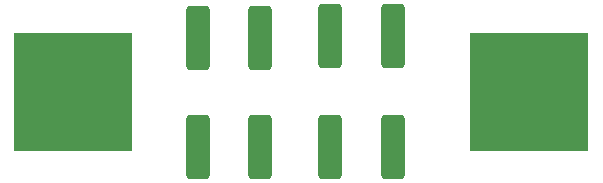
<source format=gbr>
%TF.GenerationSoftware,KiCad,Pcbnew,7.0.2*%
%TF.CreationDate,2023-05-07T16:18:05+12:00*%
%TF.ProjectId,KicadCapBoard,4b696361-6443-4617-9042-6f6172642e6b,A*%
%TF.SameCoordinates,Original*%
%TF.FileFunction,Soldermask,Top*%
%TF.FilePolarity,Negative*%
%FSLAX46Y46*%
G04 Gerber Fmt 4.6, Leading zero omitted, Abs format (unit mm)*
G04 Created by KiCad (PCBNEW 7.0.2) date 2023-05-07 16:18:05*
%MOMM*%
%LPD*%
G01*
G04 APERTURE LIST*
G04 Aperture macros list*
%AMRoundRect*
0 Rectangle with rounded corners*
0 $1 Rounding radius*
0 $2 $3 $4 $5 $6 $7 $8 $9 X,Y pos of 4 corners*
0 Add a 4 corners polygon primitive as box body*
4,1,4,$2,$3,$4,$5,$6,$7,$8,$9,$2,$3,0*
0 Add four circle primitives for the rounded corners*
1,1,$1+$1,$2,$3*
1,1,$1+$1,$4,$5*
1,1,$1+$1,$6,$7*
1,1,$1+$1,$8,$9*
0 Add four rect primitives between the rounded corners*
20,1,$1+$1,$2,$3,$4,$5,0*
20,1,$1+$1,$4,$5,$6,$7,0*
20,1,$1+$1,$6,$7,$8,$9,0*
20,1,$1+$1,$8,$9,$2,$3,0*%
G04 Aperture macros list end*
%ADD10RoundRect,0.249999X-0.737501X-2.450001X0.737501X-2.450001X0.737501X2.450001X-0.737501X2.450001X0*%
%ADD11R,10.000000X10.000000*%
G04 APERTURE END LIST*
D10*
%TO.C,C1*%
X118512500Y-81890000D03*
X123787500Y-81890000D03*
%TD*%
D11*
%TO.C,J2*%
X146600000Y-86500000D03*
%TD*%
%TO.C,J1*%
X108000000Y-86500000D03*
%TD*%
D10*
%TO.C,C4*%
X129762500Y-91110000D03*
X135037500Y-91110000D03*
%TD*%
%TO.C,C2*%
X118512500Y-91110000D03*
X123787500Y-91110000D03*
%TD*%
%TO.C,C3*%
X129762500Y-81740000D03*
X135037500Y-81740000D03*
%TD*%
M02*

</source>
